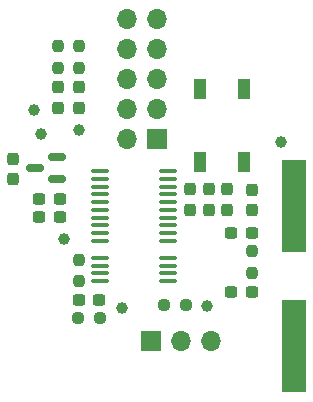
<source format=gbr>
%TF.GenerationSoftware,KiCad,Pcbnew,6.0.11+dfsg-1*%
%TF.CreationDate,2024-02-21T10:26:18+01:00*%
%TF.ProjectId,PCB_TMS,5043425f-544d-4532-9e6b-696361645f70,rev?*%
%TF.SameCoordinates,Original*%
%TF.FileFunction,Soldermask,Top*%
%TF.FilePolarity,Negative*%
%FSLAX46Y46*%
G04 Gerber Fmt 4.6, Leading zero omitted, Abs format (unit mm)*
G04 Created by KiCad (PCBNEW 6.0.11+dfsg-1) date 2024-02-21 10:26:18*
%MOMM*%
%LPD*%
G01*
G04 APERTURE LIST*
G04 Aperture macros list*
%AMRoundRect*
0 Rectangle with rounded corners*
0 $1 Rounding radius*
0 $2 $3 $4 $5 $6 $7 $8 $9 X,Y pos of 4 corners*
0 Add a 4 corners polygon primitive as box body*
4,1,4,$2,$3,$4,$5,$6,$7,$8,$9,$2,$3,0*
0 Add four circle primitives for the rounded corners*
1,1,$1+$1,$2,$3*
1,1,$1+$1,$4,$5*
1,1,$1+$1,$6,$7*
1,1,$1+$1,$8,$9*
0 Add four rect primitives between the rounded corners*
20,1,$1+$1,$2,$3,$4,$5,0*
20,1,$1+$1,$4,$5,$6,$7,0*
20,1,$1+$1,$6,$7,$8,$9,0*
20,1,$1+$1,$8,$9,$2,$3,0*%
G04 Aperture macros list end*
%ADD10C,1.000000*%
%ADD11RoundRect,0.237500X-0.300000X-0.237500X0.300000X-0.237500X0.300000X0.237500X-0.300000X0.237500X0*%
%ADD12RoundRect,0.237500X0.237500X-0.300000X0.237500X0.300000X-0.237500X0.300000X-0.237500X-0.300000X0*%
%ADD13R,2.000000X7.875000*%
%ADD14RoundRect,0.237500X-0.237500X0.300000X-0.237500X-0.300000X0.237500X-0.300000X0.237500X0.300000X0*%
%ADD15RoundRect,0.237500X0.250000X0.237500X-0.250000X0.237500X-0.250000X-0.237500X0.250000X-0.237500X0*%
%ADD16RoundRect,0.100000X0.637500X0.100000X-0.637500X0.100000X-0.637500X-0.100000X0.637500X-0.100000X0*%
%ADD17RoundRect,0.237500X-0.237500X0.287500X-0.237500X-0.287500X0.237500X-0.287500X0.237500X0.287500X0*%
%ADD18R,1.700000X1.700000*%
%ADD19O,1.700000X1.700000*%
%ADD20R,1.100000X1.800000*%
%ADD21RoundRect,0.237500X0.237500X-0.250000X0.237500X0.250000X-0.237500X0.250000X-0.237500X-0.250000X0*%
%ADD22RoundRect,0.237500X-0.250000X-0.237500X0.250000X-0.237500X0.250000X0.237500X-0.250000X0.237500X0*%
%ADD23RoundRect,0.237500X0.300000X0.237500X-0.300000X0.237500X-0.300000X-0.237500X0.300000X-0.237500X0*%
%ADD24RoundRect,0.237500X-0.237500X0.250000X-0.237500X-0.250000X0.237500X-0.250000X0.237500X0.250000X0*%
%ADD25RoundRect,0.150000X0.587500X0.150000X-0.587500X0.150000X-0.587500X-0.150000X0.587500X-0.150000X0*%
G04 APERTURE END LIST*
D10*
%TO.C,TP7*%
X133800000Y-96800000D03*
%TD*%
%TO.C,TP4*%
X131218000Y-85816000D03*
%TD*%
%TO.C,TP2*%
X152100000Y-88600000D03*
%TD*%
D11*
%TO.C,C5*%
X147937500Y-101287500D03*
X149662500Y-101287500D03*
%TD*%
D12*
%TO.C,C7*%
X149700000Y-94312500D03*
X149700000Y-92587500D03*
%TD*%
D13*
%TO.C,Y1*%
X153200000Y-93950000D03*
X153200000Y-105825000D03*
%TD*%
D14*
%TO.C,C1*%
X144450000Y-92575000D03*
X144450000Y-94300000D03*
%TD*%
D11*
%TO.C,C6*%
X147937500Y-96287500D03*
X149662500Y-96287500D03*
%TD*%
D14*
%TO.C,C9*%
X129450000Y-90000000D03*
X129450000Y-91725000D03*
%TD*%
D10*
%TO.C,TP3*%
X131850000Y-87900000D03*
%TD*%
D15*
%TO.C,R1*%
X144075000Y-102400000D03*
X142250000Y-102400000D03*
%TD*%
D16*
%TO.C,U3*%
X142562500Y-100325000D03*
X142562500Y-99675000D03*
X142562500Y-99025000D03*
X142562500Y-98375000D03*
X136837500Y-98375000D03*
X136837500Y-99025000D03*
X136837500Y-99675000D03*
X136837500Y-100325000D03*
%TD*%
%TO.C,U1*%
X142562500Y-96905000D03*
X142562500Y-96255000D03*
X142562500Y-95605000D03*
X142562500Y-94955000D03*
X142562500Y-94305000D03*
X142562500Y-93655000D03*
X142562500Y-93005000D03*
X142562500Y-92355000D03*
X142562500Y-91705000D03*
X142562500Y-91055000D03*
X136837500Y-91055000D03*
X136837500Y-91705000D03*
X136837500Y-92355000D03*
X136837500Y-93005000D03*
X136837500Y-93655000D03*
X136837500Y-94305000D03*
X136837500Y-94955000D03*
X136837500Y-95605000D03*
X136837500Y-96255000D03*
X136837500Y-96905000D03*
%TD*%
D17*
%TO.C,D1*%
X133250000Y-83925000D03*
X133250000Y-85675000D03*
%TD*%
D18*
%TO.C,SW1*%
X141110000Y-105400000D03*
D19*
X143650000Y-105400000D03*
X146190000Y-105400000D03*
%TD*%
D20*
%TO.C,SW2*%
X145300000Y-84050000D03*
X145300000Y-90250000D03*
X149000000Y-90250000D03*
X149000000Y-84050000D03*
%TD*%
D21*
%TO.C,R7*%
X135028000Y-82260000D03*
X135028000Y-80435000D03*
%TD*%
D10*
%TO.C,TP6*%
X138650000Y-102650000D03*
%TD*%
D22*
%TO.C,R4*%
X134975000Y-103450000D03*
X136800000Y-103450000D03*
%TD*%
D23*
%TO.C,1uF1*%
X133412500Y-94950000D03*
X131687500Y-94950000D03*
%TD*%
D14*
%TO.C,C2*%
X146000000Y-92575000D03*
X146000000Y-94300000D03*
%TD*%
D23*
%TO.C,C8*%
X136762500Y-101900000D03*
X135037500Y-101900000D03*
%TD*%
D21*
%TO.C,R6*%
X133250000Y-82269500D03*
X133250000Y-80444500D03*
%TD*%
D24*
%TO.C,R5*%
X135000000Y-98537500D03*
X135000000Y-100362500D03*
%TD*%
D21*
%TO.C,R2*%
X149700000Y-99650000D03*
X149700000Y-97825000D03*
%TD*%
D25*
%TO.C,U2*%
X133210000Y-91727500D03*
X133210000Y-89827500D03*
X131335000Y-90777500D03*
%TD*%
D17*
%TO.C,D2*%
X135028000Y-83925000D03*
X135028000Y-85675000D03*
%TD*%
D10*
%TO.C,TP5*%
X135000000Y-87550000D03*
%TD*%
%TO.C,TP1*%
X145900000Y-102450000D03*
%TD*%
D18*
%TO.C,J1*%
X141675000Y-88325000D03*
D19*
X139135000Y-88325000D03*
X141675000Y-85785000D03*
X139135000Y-85785000D03*
X141675000Y-83245000D03*
X139135000Y-83245000D03*
X141675000Y-80705000D03*
X139135000Y-80705000D03*
X141675000Y-78165000D03*
X139135000Y-78165000D03*
%TD*%
D14*
%TO.C,C3*%
X147550000Y-92575000D03*
X147550000Y-94300000D03*
%TD*%
D11*
%TO.C,C4*%
X131675000Y-93400000D03*
X133400000Y-93400000D03*
%TD*%
M02*

</source>
